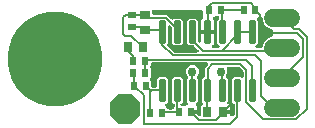
<source format=gbr>
G04 EAGLE Gerber RS-274X export*
G75*
%MOMM*%
%FSLAX34Y34*%
%LPD*%
%INTop Copper*%
%IPPOS*%
%AMOC8*
5,1,8,0,0,1.08239X$1,22.5*%
G01*
%ADD10C,0.300000*%
%ADD11R,0.600000X0.700000*%
%ADD12R,0.700000X0.600000*%
%ADD13R,0.700000X0.900000*%
%ADD14R,0.900000X0.700000*%
%ADD15C,1.524000*%
%ADD16P,2.763017X8X112.500000*%
%ADD17C,8.000000*%
%ADD18C,0.152400*%
%ADD19C,0.756400*%

G36*
X260258Y207681D02*
X260258Y207681D01*
X260375Y207696D01*
X260493Y207703D01*
X260532Y207716D01*
X260574Y207721D01*
X260684Y207765D01*
X260795Y207801D01*
X260831Y207824D01*
X260869Y207839D01*
X260965Y207908D01*
X261064Y207972D01*
X261093Y208002D01*
X261126Y208026D01*
X261201Y208117D01*
X261282Y208203D01*
X261302Y208240D01*
X261329Y208272D01*
X261379Y208378D01*
X261436Y208482D01*
X261446Y208522D01*
X261464Y208560D01*
X261486Y208676D01*
X261515Y208790D01*
X261519Y208852D01*
X261523Y208872D01*
X261522Y208892D01*
X261525Y208950D01*
X261525Y215952D01*
X262699Y217125D01*
X262752Y217161D01*
X262766Y217177D01*
X262782Y217188D01*
X262871Y217296D01*
X262963Y217400D01*
X262972Y217418D01*
X262985Y217433D01*
X263044Y217559D01*
X263107Y217683D01*
X263112Y217703D01*
X263120Y217721D01*
X263146Y217858D01*
X263177Y217993D01*
X263176Y218014D01*
X263180Y218033D01*
X263172Y218172D01*
X263167Y218311D01*
X263162Y218331D01*
X263160Y218351D01*
X263118Y218483D01*
X263079Y218617D01*
X263069Y218634D01*
X263062Y218653D01*
X262988Y218771D01*
X262917Y218891D01*
X262899Y218912D01*
X262892Y218922D01*
X262877Y218936D01*
X262811Y219011D01*
X262175Y219647D01*
X262175Y238853D01*
X264281Y240959D01*
X264295Y240968D01*
X264313Y240990D01*
X264319Y240996D01*
X264335Y241017D01*
X264371Y241060D01*
X264452Y241147D01*
X264472Y241182D01*
X264497Y241213D01*
X264513Y241247D01*
X264514Y241248D01*
X264516Y241254D01*
X264548Y241321D01*
X264606Y241425D01*
X264616Y241465D01*
X264633Y241501D01*
X264655Y241618D01*
X264685Y241733D01*
X264689Y241793D01*
X264693Y241813D01*
X264691Y241834D01*
X264695Y241894D01*
X264695Y248571D01*
X266941Y250817D01*
X267026Y250926D01*
X267115Y251033D01*
X267124Y251052D01*
X267136Y251068D01*
X267191Y251196D01*
X267251Y251321D01*
X267254Y251341D01*
X267262Y251360D01*
X267284Y251498D01*
X267310Y251634D01*
X267309Y251654D01*
X267312Y251674D01*
X267299Y251813D01*
X267291Y251951D01*
X267284Y251970D01*
X267282Y251990D01*
X267235Y252122D01*
X267193Y252253D01*
X267182Y252271D01*
X267175Y252290D01*
X267097Y252405D01*
X267022Y252522D01*
X267008Y252536D01*
X266996Y252553D01*
X266892Y252645D01*
X266791Y252740D01*
X266773Y252750D01*
X266758Y252763D01*
X266634Y252827D01*
X266512Y252894D01*
X266493Y252899D01*
X266475Y252908D01*
X266339Y252938D01*
X266204Y252973D01*
X266176Y252975D01*
X266164Y252978D01*
X266144Y252977D01*
X266044Y252983D01*
X219836Y252983D01*
X219718Y252968D01*
X219599Y252961D01*
X219561Y252948D01*
X219520Y252943D01*
X219410Y252900D01*
X219297Y252863D01*
X219262Y252841D01*
X219225Y252826D01*
X219129Y252757D01*
X219028Y252693D01*
X219000Y252663D01*
X218967Y252640D01*
X218891Y252548D01*
X218810Y252461D01*
X218790Y252426D01*
X218765Y252395D01*
X218714Y252287D01*
X218656Y252183D01*
X218646Y252143D01*
X218629Y252107D01*
X218607Y251990D01*
X218577Y251875D01*
X218573Y251815D01*
X218569Y251795D01*
X218571Y251774D01*
X218567Y251714D01*
X218567Y250376D01*
X218389Y250199D01*
X218316Y250104D01*
X218237Y250015D01*
X218219Y249979D01*
X218194Y249947D01*
X218147Y249838D01*
X218092Y249732D01*
X218084Y249693D01*
X218068Y249655D01*
X218049Y249538D01*
X218023Y249422D01*
X218024Y249381D01*
X218018Y249341D01*
X218029Y249223D01*
X218032Y249104D01*
X218044Y249065D01*
X218047Y249025D01*
X218088Y248913D01*
X218121Y248798D01*
X218141Y248763D01*
X218155Y248725D01*
X218222Y248627D01*
X218282Y248524D01*
X218322Y248479D01*
X218334Y248462D01*
X218349Y248449D01*
X218389Y248404D01*
X218567Y248226D01*
X218567Y239962D01*
X218389Y239784D01*
X218316Y239690D01*
X218237Y239601D01*
X218219Y239565D01*
X218194Y239533D01*
X218146Y239424D01*
X218092Y239318D01*
X218084Y239279D01*
X218068Y239241D01*
X218049Y239124D01*
X218023Y239008D01*
X218024Y238967D01*
X218018Y238927D01*
X218029Y238809D01*
X218032Y238690D01*
X218044Y238651D01*
X218047Y238611D01*
X218088Y238499D01*
X218121Y238384D01*
X218141Y238349D01*
X218155Y238311D01*
X218222Y238213D01*
X218282Y238110D01*
X218322Y238065D01*
X218334Y238048D01*
X218349Y238035D01*
X218389Y237989D01*
X218821Y237558D01*
X218821Y232806D01*
X218836Y232688D01*
X218843Y232569D01*
X218856Y232531D01*
X218861Y232490D01*
X218904Y232380D01*
X218941Y232267D01*
X218963Y232232D01*
X218978Y232195D01*
X219047Y232099D01*
X219111Y231998D01*
X219141Y231970D01*
X219164Y231937D01*
X219256Y231861D01*
X219343Y231780D01*
X219378Y231760D01*
X219409Y231735D01*
X219517Y231684D01*
X219621Y231626D01*
X219661Y231616D01*
X219697Y231599D01*
X219814Y231577D01*
X219929Y231547D01*
X219989Y231543D01*
X220009Y231539D01*
X220030Y231541D01*
X220090Y231537D01*
X222806Y231537D01*
X222924Y231552D01*
X223043Y231559D01*
X223081Y231572D01*
X223122Y231577D01*
X223232Y231620D01*
X223345Y231657D01*
X223380Y231679D01*
X223417Y231694D01*
X223513Y231763D01*
X223614Y231827D01*
X223642Y231857D01*
X223675Y231880D01*
X223751Y231972D01*
X223832Y232059D01*
X223852Y232094D01*
X223877Y232125D01*
X223928Y232233D01*
X223986Y232337D01*
X223996Y232377D01*
X224013Y232413D01*
X224035Y232530D01*
X224065Y232645D01*
X224069Y232705D01*
X224073Y232725D01*
X224071Y232746D01*
X224075Y232806D01*
X224075Y238853D01*
X225847Y240625D01*
X231353Y240625D01*
X233125Y238853D01*
X233125Y219647D01*
X231235Y217757D01*
X231150Y217648D01*
X231061Y217541D01*
X231053Y217522D01*
X231040Y217506D01*
X230985Y217378D01*
X230926Y217253D01*
X230922Y217233D01*
X230914Y217214D01*
X230892Y217076D01*
X230866Y216940D01*
X230867Y216920D01*
X230864Y216900D01*
X230877Y216761D01*
X230886Y216623D01*
X230892Y216604D01*
X230894Y216584D01*
X230941Y216452D01*
X230984Y216321D01*
X230994Y216303D01*
X231001Y216284D01*
X231080Y216169D01*
X231154Y216052D01*
X231169Y216038D01*
X231180Y216021D01*
X231284Y215929D01*
X231385Y215834D01*
X231403Y215824D01*
X231418Y215811D01*
X231542Y215747D01*
X231664Y215680D01*
X231684Y215675D01*
X231702Y215666D01*
X231837Y215636D01*
X231858Y215630D01*
X232791Y214698D01*
X232791Y214376D01*
X232806Y214258D01*
X232813Y214139D01*
X232826Y214101D01*
X232831Y214060D01*
X232874Y213950D01*
X232911Y213837D01*
X232933Y213802D01*
X232948Y213765D01*
X233017Y213669D01*
X233081Y213568D01*
X233111Y213540D01*
X233134Y213507D01*
X233226Y213431D01*
X233313Y213350D01*
X233348Y213330D01*
X233379Y213305D01*
X233487Y213254D01*
X233591Y213196D01*
X233631Y213186D01*
X233667Y213169D01*
X233784Y213147D01*
X233899Y213117D01*
X233959Y213113D01*
X233979Y213109D01*
X234000Y213111D01*
X234060Y213107D01*
X236856Y213107D01*
X236974Y213122D01*
X237093Y213129D01*
X237131Y213142D01*
X237172Y213147D01*
X237282Y213190D01*
X237395Y213227D01*
X237430Y213249D01*
X237467Y213264D01*
X237563Y213333D01*
X237664Y213397D01*
X237692Y213427D01*
X237725Y213450D01*
X237801Y213542D01*
X237882Y213629D01*
X237902Y213664D01*
X237927Y213695D01*
X237978Y213803D01*
X238036Y213907D01*
X238046Y213947D01*
X238063Y213983D01*
X238085Y214100D01*
X238115Y214215D01*
X238119Y214275D01*
X238123Y214295D01*
X238121Y214316D01*
X238125Y214376D01*
X238125Y214952D01*
X238642Y215468D01*
X238702Y215546D01*
X238770Y215618D01*
X238799Y215671D01*
X238836Y215719D01*
X238876Y215810D01*
X238924Y215897D01*
X238939Y215955D01*
X238963Y216011D01*
X238978Y216109D01*
X239003Y216205D01*
X239009Y216305D01*
X239013Y216325D01*
X239011Y216337D01*
X239013Y216365D01*
X239013Y216883D01*
X239001Y216982D01*
X238998Y217081D01*
X238981Y217139D01*
X238973Y217199D01*
X238937Y217291D01*
X238909Y217386D01*
X238879Y217438D01*
X238856Y217495D01*
X238798Y217575D01*
X238748Y217660D01*
X238682Y217735D01*
X238670Y217752D01*
X238660Y217760D01*
X238642Y217781D01*
X236775Y219647D01*
X236775Y238853D01*
X238547Y240625D01*
X244053Y240625D01*
X245825Y238853D01*
X245825Y219647D01*
X244189Y218011D01*
X244103Y217901D01*
X244015Y217795D01*
X244007Y217776D01*
X243994Y217760D01*
X243939Y217632D01*
X243880Y217507D01*
X243876Y217487D01*
X243868Y217468D01*
X243846Y217330D01*
X243820Y217194D01*
X243821Y217174D01*
X243818Y217154D01*
X243831Y217014D01*
X243840Y216877D01*
X243846Y216858D01*
X243848Y216838D01*
X243895Y216706D01*
X243938Y216575D01*
X243948Y216557D01*
X243955Y216538D01*
X244033Y216423D01*
X244108Y216306D01*
X244123Y216292D01*
X244134Y216275D01*
X244238Y216183D01*
X244339Y216088D01*
X244357Y216078D01*
X244372Y216065D01*
X244496Y216001D01*
X244618Y215934D01*
X244638Y215929D01*
X244656Y215920D01*
X244791Y215890D01*
X244926Y215855D01*
X244954Y215853D01*
X244966Y215850D01*
X244986Y215851D01*
X245087Y215845D01*
X246405Y215845D01*
X246501Y215796D01*
X246540Y215787D01*
X246577Y215771D01*
X246695Y215752D01*
X246811Y215726D01*
X246851Y215727D01*
X246891Y215721D01*
X247010Y215732D01*
X247129Y215736D01*
X247168Y215747D01*
X247208Y215751D01*
X247320Y215791D01*
X247434Y215824D01*
X247469Y215845D01*
X247507Y215858D01*
X247606Y215925D01*
X247708Y215986D01*
X247753Y216026D01*
X247770Y216037D01*
X247784Y216052D01*
X247829Y216092D01*
X248090Y216353D01*
X248669Y216688D01*
X249405Y216885D01*
X249474Y216891D01*
X249493Y216898D01*
X249513Y216901D01*
X249642Y216952D01*
X249773Y216999D01*
X249790Y217010D01*
X249809Y217018D01*
X249921Y217099D01*
X250036Y217177D01*
X250050Y217193D01*
X250066Y217204D01*
X250155Y217312D01*
X250247Y217416D01*
X250256Y217434D01*
X250269Y217449D01*
X250328Y217575D01*
X250391Y217699D01*
X250396Y217719D01*
X250404Y217737D01*
X250430Y217873D01*
X250461Y218009D01*
X250460Y218030D01*
X250464Y218049D01*
X250455Y218188D01*
X250451Y218327D01*
X250446Y218347D01*
X250444Y218367D01*
X250402Y218499D01*
X250363Y218633D01*
X250353Y218650D01*
X250346Y218669D01*
X250272Y218787D01*
X250201Y218907D01*
X250183Y218928D01*
X250176Y218938D01*
X250161Y218952D01*
X250095Y219027D01*
X249475Y219647D01*
X249475Y238853D01*
X250216Y239594D01*
X250289Y239688D01*
X250368Y239777D01*
X250386Y239813D01*
X250411Y239845D01*
X250458Y239954D01*
X250513Y240060D01*
X250521Y240100D01*
X250538Y240137D01*
X250556Y240255D01*
X250582Y240371D01*
X250581Y240411D01*
X250587Y240451D01*
X250576Y240570D01*
X250573Y240689D01*
X250561Y240727D01*
X250558Y240768D01*
X250517Y240880D01*
X250484Y240994D01*
X250464Y241029D01*
X250450Y241067D01*
X250383Y241165D01*
X250323Y241268D01*
X250283Y241313D01*
X250271Y241330D01*
X250256Y241344D01*
X250216Y241389D01*
X249501Y242104D01*
X248693Y244054D01*
X248693Y246166D01*
X249501Y248116D01*
X250994Y249609D01*
X252944Y250417D01*
X255056Y250417D01*
X257006Y249609D01*
X258499Y248116D01*
X259307Y246166D01*
X259307Y244054D01*
X258499Y242104D01*
X257784Y241389D01*
X257711Y241295D01*
X257632Y241206D01*
X257614Y241170D01*
X257589Y241138D01*
X257541Y241028D01*
X257487Y240922D01*
X257479Y240883D01*
X257462Y240846D01*
X257444Y240728D01*
X257418Y240612D01*
X257419Y240572D01*
X257413Y240532D01*
X257424Y240413D01*
X257427Y240294D01*
X257439Y240255D01*
X257442Y240215D01*
X257483Y240103D01*
X257516Y239989D01*
X257536Y239954D01*
X257550Y239916D01*
X257617Y239817D01*
X257677Y239715D01*
X257717Y239669D01*
X257729Y239653D01*
X257744Y239639D01*
X257784Y239594D01*
X258525Y238853D01*
X258525Y219647D01*
X257118Y218240D01*
X257045Y218146D01*
X256966Y218057D01*
X256948Y218021D01*
X256923Y217989D01*
X256876Y217880D01*
X256822Y217774D01*
X256813Y217734D01*
X256797Y217697D01*
X256778Y217579D01*
X256752Y217463D01*
X256753Y217423D01*
X256747Y217383D01*
X256758Y217264D01*
X256762Y217146D01*
X256773Y217107D01*
X256777Y217066D01*
X256817Y216954D01*
X256850Y216840D01*
X256870Y216805D01*
X256884Y216767D01*
X256951Y216669D01*
X257011Y216566D01*
X257051Y216521D01*
X257063Y216504D01*
X257078Y216491D01*
X257118Y216445D01*
X257683Y215880D01*
X258018Y215301D01*
X258191Y214654D01*
X258191Y212319D01*
X252880Y212319D01*
X252762Y212304D01*
X252643Y212297D01*
X252605Y212284D01*
X252565Y212279D01*
X252454Y212236D01*
X252341Y212199D01*
X252307Y212177D01*
X252269Y212162D01*
X252173Y212093D01*
X252072Y212029D01*
X252044Y211999D01*
X252012Y211976D01*
X251936Y211884D01*
X251854Y211797D01*
X251835Y211762D01*
X251809Y211731D01*
X251758Y211623D01*
X251701Y211519D01*
X251691Y211479D01*
X251673Y211443D01*
X251651Y211326D01*
X251621Y211211D01*
X251617Y211151D01*
X251614Y211131D01*
X251615Y211110D01*
X251611Y211050D01*
X251611Y210590D01*
X251626Y210472D01*
X251633Y210353D01*
X251646Y210315D01*
X251651Y210274D01*
X251695Y210164D01*
X251731Y210051D01*
X251753Y210016D01*
X251768Y209979D01*
X251838Y209882D01*
X251901Y209782D01*
X251931Y209754D01*
X251955Y209721D01*
X252046Y209645D01*
X252133Y209564D01*
X252168Y209544D01*
X252200Y209519D01*
X252307Y209468D01*
X252412Y209410D01*
X252451Y209400D01*
X252487Y209383D01*
X252604Y209361D01*
X252720Y209331D01*
X252780Y209327D01*
X252800Y209323D01*
X252820Y209325D01*
X252880Y209321D01*
X258191Y209321D01*
X258191Y208949D01*
X258206Y208830D01*
X258213Y208710D01*
X258226Y208672D01*
X258231Y208633D01*
X258275Y208522D01*
X258312Y208407D01*
X258333Y208374D01*
X258348Y208338D01*
X258418Y208240D01*
X258483Y208139D01*
X258511Y208112D01*
X258534Y208080D01*
X258627Y208004D01*
X258715Y207921D01*
X258749Y207903D01*
X258779Y207877D01*
X258888Y207826D01*
X258993Y207768D01*
X259032Y207759D01*
X259067Y207742D01*
X259185Y207719D01*
X259302Y207690D01*
X259360Y207686D01*
X259379Y207682D01*
X259400Y207683D01*
X259462Y207680D01*
X260258Y207681D01*
G37*
G36*
X258253Y261384D02*
X258253Y261384D01*
X258391Y261397D01*
X258411Y261404D01*
X258431Y261407D01*
X258560Y261458D01*
X258691Y261505D01*
X258708Y261516D01*
X258726Y261524D01*
X258839Y261605D01*
X258954Y261683D01*
X258967Y261699D01*
X258984Y261710D01*
X259072Y261818D01*
X259164Y261922D01*
X259174Y261940D01*
X259186Y261955D01*
X259246Y262081D01*
X259309Y262205D01*
X259313Y262225D01*
X259322Y262243D01*
X259348Y262379D01*
X259379Y262515D01*
X259378Y262536D01*
X259382Y262555D01*
X259373Y262694D01*
X259369Y262833D01*
X259363Y262853D01*
X259362Y262873D01*
X259319Y263005D01*
X259281Y263139D01*
X259270Y263156D01*
X259264Y263175D01*
X259189Y263293D01*
X259119Y263413D01*
X259100Y263434D01*
X259094Y263444D01*
X259079Y263458D01*
X259013Y263533D01*
X255543Y267004D01*
X255464Y267064D01*
X255392Y267132D01*
X255339Y267161D01*
X255291Y267198D01*
X255200Y267238D01*
X255114Y267286D01*
X255055Y267301D01*
X254999Y267325D01*
X254901Y267340D01*
X254806Y267365D01*
X254706Y267371D01*
X254685Y267375D01*
X254673Y267373D01*
X254645Y267375D01*
X251247Y267375D01*
X249475Y269147D01*
X249475Y288353D01*
X251247Y290125D01*
X256753Y290125D01*
X258525Y288353D01*
X258525Y271015D01*
X258537Y270917D01*
X258540Y270818D01*
X258557Y270760D01*
X258565Y270699D01*
X258601Y270608D01*
X258628Y270512D01*
X258659Y270460D01*
X258682Y270404D01*
X258740Y270324D01*
X258790Y270238D01*
X258856Y270163D01*
X258868Y270146D01*
X258878Y270139D01*
X258896Y270118D01*
X258992Y270022D01*
X259102Y269936D01*
X259209Y269848D01*
X259228Y269839D01*
X259244Y269827D01*
X259371Y269771D01*
X259497Y269712D01*
X259517Y269708D01*
X259535Y269700D01*
X259673Y269678D01*
X259810Y269652D01*
X259830Y269653D01*
X259850Y269650D01*
X259988Y269663D01*
X260127Y269672D01*
X260146Y269678D01*
X260166Y269680D01*
X260297Y269727D01*
X260429Y269770D01*
X260446Y269781D01*
X260465Y269788D01*
X260581Y269866D01*
X260698Y269940D01*
X260712Y269955D01*
X260729Y269966D01*
X260821Y270070D01*
X260916Y270172D01*
X260926Y270189D01*
X260939Y270205D01*
X261002Y270329D01*
X261070Y270450D01*
X261075Y270470D01*
X261084Y270488D01*
X261114Y270624D01*
X261149Y270758D01*
X261151Y270786D01*
X261153Y270798D01*
X261153Y270818D01*
X261159Y270919D01*
X261159Y277251D01*
X266470Y277251D01*
X266588Y277266D01*
X266707Y277273D01*
X266714Y277275D01*
X266770Y277261D01*
X266830Y277257D01*
X266850Y277253D01*
X266870Y277255D01*
X266930Y277251D01*
X272241Y277251D01*
X272241Y269868D01*
X271965Y268840D01*
X271433Y267919D01*
X270858Y267343D01*
X270773Y267234D01*
X270684Y267127D01*
X270675Y267108D01*
X270663Y267092D01*
X270608Y266964D01*
X270549Y266839D01*
X270545Y266819D01*
X270537Y266800D01*
X270515Y266662D01*
X270489Y266526D01*
X270490Y266506D01*
X270487Y266486D01*
X270500Y266347D01*
X270508Y266209D01*
X270515Y266190D01*
X270517Y266170D01*
X270564Y266039D01*
X270607Y265907D01*
X270617Y265889D01*
X270624Y265870D01*
X270702Y265756D01*
X270777Y265638D01*
X270791Y265624D01*
X270803Y265607D01*
X270907Y265515D01*
X271008Y265420D01*
X271026Y265410D01*
X271041Y265397D01*
X271165Y265334D01*
X271287Y265266D01*
X271306Y265261D01*
X271324Y265252D01*
X271460Y265222D01*
X271595Y265187D01*
X271623Y265185D01*
X271635Y265182D01*
X271655Y265183D01*
X271755Y265177D01*
X275781Y265177D01*
X275919Y265194D01*
X276058Y265207D01*
X276077Y265214D01*
X276097Y265217D01*
X276226Y265268D01*
X276357Y265315D01*
X276374Y265326D01*
X276393Y265334D01*
X276505Y265415D01*
X276620Y265493D01*
X276634Y265509D01*
X276650Y265520D01*
X276739Y265628D01*
X276831Y265732D01*
X276840Y265750D01*
X276853Y265765D01*
X276912Y265891D01*
X276975Y266015D01*
X276980Y266035D01*
X276988Y266053D01*
X277014Y266189D01*
X277045Y266325D01*
X277044Y266346D01*
X277048Y266365D01*
X277039Y266504D01*
X277035Y266643D01*
X277030Y266663D01*
X277028Y266683D01*
X276986Y266815D01*
X276947Y266949D01*
X276937Y266966D01*
X276930Y266985D01*
X276856Y267103D01*
X276785Y267223D01*
X276767Y267244D01*
X276760Y267254D01*
X276745Y267268D01*
X276679Y267343D01*
X274875Y269147D01*
X274875Y288353D01*
X276511Y289989D01*
X276596Y290098D01*
X276685Y290205D01*
X276693Y290224D01*
X276706Y290240D01*
X276761Y290368D01*
X276820Y290493D01*
X276824Y290513D01*
X276832Y290532D01*
X276854Y290670D01*
X276880Y290806D01*
X276879Y290826D01*
X276882Y290846D01*
X276869Y290985D01*
X276860Y291123D01*
X276854Y291142D01*
X276852Y291162D01*
X276805Y291293D01*
X276762Y291425D01*
X276752Y291443D01*
X276745Y291462D01*
X276667Y291577D01*
X276592Y291694D01*
X276577Y291708D01*
X276566Y291725D01*
X276462Y291817D01*
X276361Y291912D01*
X276343Y291922D01*
X276328Y291935D01*
X276204Y291999D01*
X276082Y292066D01*
X276062Y292071D01*
X276044Y292080D01*
X275909Y292110D01*
X275774Y292145D01*
X275746Y292147D01*
X275734Y292150D01*
X275714Y292149D01*
X275613Y292155D01*
X274295Y292155D01*
X274199Y292204D01*
X274160Y292213D01*
X274123Y292229D01*
X274005Y292248D01*
X273889Y292274D01*
X273849Y292273D01*
X273809Y292279D01*
X273690Y292268D01*
X273571Y292264D01*
X273532Y292253D01*
X273492Y292249D01*
X273380Y292209D01*
X273266Y292176D01*
X273231Y292155D01*
X273193Y292142D01*
X273094Y292075D01*
X272992Y292014D01*
X272947Y291974D01*
X272930Y291963D01*
X272916Y291948D01*
X272871Y291908D01*
X272610Y291647D01*
X271932Y291256D01*
X271837Y291184D01*
X271738Y291118D01*
X271711Y291088D01*
X271679Y291063D01*
X271605Y290970D01*
X271525Y290882D01*
X271506Y290846D01*
X271481Y290814D01*
X271433Y290705D01*
X271378Y290600D01*
X271368Y290561D01*
X271352Y290524D01*
X271332Y290406D01*
X271305Y290290D01*
X271305Y290250D01*
X271299Y290210D01*
X271309Y290091D01*
X271311Y289972D01*
X271322Y289933D01*
X271325Y289893D01*
X271364Y289781D01*
X271396Y289666D01*
X271423Y289612D01*
X271430Y289593D01*
X271441Y289576D01*
X271468Y289522D01*
X271965Y288660D01*
X272241Y287632D01*
X272241Y280249D01*
X266930Y280249D01*
X266812Y280234D01*
X266693Y280227D01*
X266686Y280225D01*
X266630Y280239D01*
X266570Y280243D01*
X266550Y280247D01*
X266530Y280245D01*
X266470Y280249D01*
X261159Y280249D01*
X261159Y287632D01*
X261435Y288660D01*
X261967Y289581D01*
X262772Y290386D01*
X262811Y290412D01*
X262838Y290442D01*
X262870Y290466D01*
X262944Y290560D01*
X263024Y290648D01*
X263043Y290684D01*
X263068Y290716D01*
X263116Y290825D01*
X263171Y290930D01*
X263181Y290969D01*
X263197Y291006D01*
X263217Y291123D01*
X263244Y291240D01*
X263244Y291280D01*
X263250Y291320D01*
X263240Y291438D01*
X263238Y291558D01*
X263227Y291596D01*
X263224Y291637D01*
X263185Y291749D01*
X263153Y291864D01*
X263126Y291918D01*
X263120Y291937D01*
X263108Y291954D01*
X263081Y292008D01*
X262682Y292699D01*
X262509Y293346D01*
X262509Y296333D01*
X262494Y296452D01*
X262487Y296573D01*
X262474Y296610D01*
X262469Y296649D01*
X262425Y296761D01*
X262388Y296875D01*
X262367Y296908D01*
X262352Y296945D01*
X262282Y297042D01*
X262217Y297143D01*
X262189Y297170D01*
X262166Y297202D01*
X262073Y297279D01*
X261985Y297361D01*
X261951Y297380D01*
X261921Y297405D01*
X261812Y297456D01*
X261707Y297514D01*
X261668Y297524D01*
X261633Y297540D01*
X261515Y297563D01*
X261398Y297593D01*
X261340Y297596D01*
X261321Y297600D01*
X261300Y297599D01*
X261238Y297603D01*
X221160Y297531D01*
X221043Y297516D01*
X220925Y297509D01*
X220886Y297496D01*
X220844Y297491D01*
X220735Y297447D01*
X220623Y297411D01*
X220587Y297389D01*
X220549Y297373D01*
X220454Y297304D01*
X220354Y297241D01*
X220325Y297210D01*
X220292Y297186D01*
X220217Y297095D01*
X220136Y297009D01*
X220116Y296973D01*
X220089Y296940D01*
X220039Y296834D01*
X219982Y296730D01*
X219972Y296690D01*
X219954Y296653D01*
X219932Y296537D01*
X219903Y296423D01*
X219899Y296361D01*
X219895Y296340D01*
X219896Y296320D01*
X219893Y296262D01*
X219893Y294442D01*
X219908Y294324D01*
X219915Y294205D01*
X219928Y294167D01*
X219933Y294126D01*
X219976Y294016D01*
X220013Y293903D01*
X220035Y293868D01*
X220050Y293831D01*
X220119Y293735D01*
X220183Y293634D01*
X220213Y293606D01*
X220236Y293573D01*
X220328Y293497D01*
X220415Y293416D01*
X220450Y293396D01*
X220481Y293371D01*
X220589Y293320D01*
X220693Y293262D01*
X220733Y293252D01*
X220769Y293235D01*
X220886Y293213D01*
X221001Y293183D01*
X221061Y293179D01*
X221081Y293175D01*
X221102Y293177D01*
X221162Y293173D01*
X232615Y293173D01*
X236208Y289580D01*
X236302Y289507D01*
X236391Y289429D01*
X236427Y289410D01*
X236459Y289385D01*
X236569Y289338D01*
X236674Y289284D01*
X236714Y289275D01*
X236751Y289259D01*
X236869Y289240D01*
X236985Y289214D01*
X237025Y289216D01*
X237065Y289209D01*
X237184Y289220D01*
X237303Y289224D01*
X237341Y289235D01*
X237382Y289239D01*
X237494Y289279D01*
X237608Y289312D01*
X237643Y289333D01*
X237681Y289347D01*
X237779Y289413D01*
X237882Y289474D01*
X237927Y289514D01*
X237944Y289525D01*
X237958Y289541D01*
X238003Y289580D01*
X238547Y290125D01*
X244053Y290125D01*
X245825Y288353D01*
X245825Y269147D01*
X244053Y267375D01*
X238547Y267375D01*
X236775Y269147D01*
X236775Y282019D01*
X236763Y282117D01*
X236760Y282216D01*
X236743Y282275D01*
X236735Y282335D01*
X236699Y282427D01*
X236671Y282522D01*
X236641Y282574D01*
X236618Y282630D01*
X236560Y282710D01*
X236510Y282796D01*
X236444Y282871D01*
X236432Y282888D01*
X236422Y282896D01*
X236404Y282917D01*
X235291Y284029D01*
X235182Y284114D01*
X235075Y284203D01*
X235056Y284211D01*
X235040Y284224D01*
X234913Y284279D01*
X234787Y284338D01*
X234767Y284342D01*
X234748Y284350D01*
X234610Y284372D01*
X234474Y284398D01*
X234454Y284397D01*
X234434Y284400D01*
X234295Y284387D01*
X234157Y284378D01*
X234138Y284372D01*
X234118Y284370D01*
X233986Y284323D01*
X233855Y284280D01*
X233837Y284269D01*
X233818Y284263D01*
X233703Y284184D01*
X233586Y284110D01*
X233572Y284095D01*
X233555Y284084D01*
X233463Y283980D01*
X233368Y283878D01*
X233358Y283861D01*
X233345Y283846D01*
X233282Y283722D01*
X233214Y283600D01*
X233209Y283580D01*
X233200Y283562D01*
X233170Y283426D01*
X233135Y283292D01*
X233133Y283264D01*
X233130Y283252D01*
X233131Y283231D01*
X233125Y283131D01*
X233125Y269147D01*
X232788Y268811D01*
X232715Y268717D01*
X232637Y268627D01*
X232618Y268591D01*
X232593Y268559D01*
X232546Y268450D01*
X232492Y268344D01*
X232483Y268305D01*
X232467Y268268D01*
X232448Y268150D01*
X232422Y268034D01*
X232423Y267993D01*
X232417Y267953D01*
X232428Y267835D01*
X232432Y267716D01*
X232443Y267677D01*
X232447Y267637D01*
X232487Y267525D01*
X232520Y267410D01*
X232541Y267376D01*
X232555Y267338D01*
X232621Y267239D01*
X232682Y267137D01*
X232722Y267091D01*
X232733Y267074D01*
X232748Y267061D01*
X232788Y267016D01*
X238065Y261738D01*
X238144Y261678D01*
X238216Y261610D01*
X238269Y261581D01*
X238317Y261544D01*
X238408Y261504D01*
X238494Y261456D01*
X238553Y261441D01*
X238609Y261417D01*
X238707Y261402D01*
X238802Y261377D01*
X238902Y261371D01*
X238923Y261367D01*
X238935Y261369D01*
X238963Y261367D01*
X258115Y261367D01*
X258253Y261384D01*
G37*
G36*
X280032Y207717D02*
X280032Y207717D01*
X280149Y207732D01*
X280267Y207739D01*
X280306Y207752D01*
X280348Y207757D01*
X280457Y207801D01*
X280569Y207837D01*
X280605Y207859D01*
X280643Y207875D01*
X280738Y207944D01*
X280838Y208007D01*
X280867Y208037D01*
X280900Y208062D01*
X280975Y208153D01*
X281056Y208239D01*
X281076Y208275D01*
X281103Y208307D01*
X281153Y208414D01*
X281210Y208517D01*
X281220Y208558D01*
X281238Y208595D01*
X281260Y208711D01*
X281289Y208825D01*
X281293Y208887D01*
X281297Y208908D01*
X281296Y208928D01*
X281299Y208986D01*
X281299Y209071D01*
X285591Y209071D01*
X285591Y208998D01*
X285606Y208879D01*
X285613Y208759D01*
X285626Y208722D01*
X285631Y208683D01*
X285675Y208571D01*
X285712Y208457D01*
X285733Y208424D01*
X285748Y208387D01*
X285818Y208290D01*
X285883Y208188D01*
X285911Y208162D01*
X285934Y208130D01*
X286027Y208053D01*
X286115Y207971D01*
X286149Y207952D01*
X286179Y207927D01*
X286288Y207876D01*
X286393Y207818D01*
X286432Y207808D01*
X286467Y207791D01*
X286585Y207769D01*
X286702Y207739D01*
X286760Y207735D01*
X286779Y207732D01*
X286800Y207733D01*
X286862Y207729D01*
X288546Y207732D01*
X288663Y207747D01*
X288781Y207754D01*
X288820Y207767D01*
X288862Y207772D01*
X288971Y207816D01*
X289083Y207852D01*
X289119Y207875D01*
X289157Y207890D01*
X289252Y207959D01*
X289352Y208023D01*
X289381Y208053D01*
X289414Y208077D01*
X289489Y208168D01*
X289570Y208254D01*
X289590Y208291D01*
X289617Y208323D01*
X289667Y208429D01*
X289724Y208533D01*
X289734Y208573D01*
X289752Y208611D01*
X289774Y208727D01*
X289803Y208841D01*
X289807Y208903D01*
X289811Y208923D01*
X289810Y208943D01*
X289813Y209001D01*
X289813Y216883D01*
X289801Y216982D01*
X289798Y217081D01*
X289781Y217139D01*
X289773Y217199D01*
X289737Y217291D01*
X289709Y217386D01*
X289679Y217438D01*
X289656Y217495D01*
X289598Y217575D01*
X289548Y217660D01*
X289482Y217735D01*
X289470Y217752D01*
X289460Y217760D01*
X289442Y217781D01*
X287575Y219647D01*
X287575Y238853D01*
X289347Y240625D01*
X294853Y240625D01*
X295060Y240417D01*
X295170Y240332D01*
X295277Y240243D01*
X295296Y240235D01*
X295312Y240222D01*
X295440Y240167D01*
X295565Y240108D01*
X295585Y240104D01*
X295604Y240096D01*
X295742Y240074D01*
X295878Y240048D01*
X295898Y240049D01*
X295918Y240046D01*
X296057Y240059D01*
X296195Y240068D01*
X296214Y240074D01*
X296234Y240076D01*
X296365Y240123D01*
X296497Y240166D01*
X296515Y240177D01*
X296534Y240183D01*
X296648Y240261D01*
X296766Y240336D01*
X296780Y240351D01*
X296797Y240362D01*
X296889Y240466D01*
X296984Y240567D01*
X296994Y240585D01*
X297007Y240600D01*
X297070Y240724D01*
X297138Y240846D01*
X297143Y240865D01*
X297152Y240884D01*
X297182Y241020D01*
X297217Y241154D01*
X297219Y241182D01*
X297222Y241194D01*
X297221Y241214D01*
X297227Y241315D01*
X297227Y245087D01*
X297215Y245185D01*
X297212Y245284D01*
X297195Y245342D01*
X297187Y245402D01*
X297151Y245494D01*
X297123Y245589D01*
X297093Y245641D01*
X297070Y245698D01*
X297012Y245778D01*
X296962Y245863D01*
X296896Y245939D01*
X296884Y245955D01*
X296874Y245963D01*
X296856Y245984D01*
X294038Y248802D01*
X293960Y248862D01*
X293888Y248930D01*
X293835Y248959D01*
X293787Y248996D01*
X293696Y249036D01*
X293609Y249084D01*
X293551Y249099D01*
X293495Y249123D01*
X293397Y249138D01*
X293301Y249163D01*
X293201Y249169D01*
X293181Y249173D01*
X293169Y249171D01*
X293141Y249173D01*
X284090Y249173D01*
X284041Y249167D01*
X283992Y249169D01*
X283884Y249147D01*
X283775Y249133D01*
X283729Y249115D01*
X283680Y249105D01*
X283581Y249057D01*
X283479Y249016D01*
X283439Y248987D01*
X283394Y248965D01*
X283311Y248894D01*
X283222Y248830D01*
X283190Y248791D01*
X283152Y248759D01*
X283089Y248669D01*
X283019Y248585D01*
X282998Y248540D01*
X282969Y248499D01*
X282930Y248396D01*
X282884Y248297D01*
X282874Y248248D01*
X282857Y248202D01*
X282844Y248092D01*
X282824Y247985D01*
X282827Y247935D01*
X282821Y247886D01*
X282837Y247777D01*
X282844Y247667D01*
X282859Y247620D01*
X282866Y247571D01*
X282918Y247418D01*
X283437Y246166D01*
X283437Y244054D01*
X282629Y242104D01*
X282549Y242024D01*
X282476Y241930D01*
X282397Y241841D01*
X282379Y241805D01*
X282354Y241773D01*
X282306Y241663D01*
X282252Y241557D01*
X282244Y241518D01*
X282227Y241481D01*
X282209Y241363D01*
X282183Y241247D01*
X282184Y241207D01*
X282178Y241167D01*
X282189Y241048D01*
X282192Y240929D01*
X282204Y240890D01*
X282207Y240850D01*
X282248Y240738D01*
X282281Y240624D01*
X282301Y240589D01*
X282315Y240551D01*
X282382Y240452D01*
X282442Y240350D01*
X282482Y240305D01*
X282494Y240288D01*
X282509Y240274D01*
X282549Y240229D01*
X283925Y238853D01*
X283925Y219647D01*
X283891Y219613D01*
X283814Y219514D01*
X283732Y219419D01*
X283717Y219389D01*
X283696Y219362D01*
X283646Y219247D01*
X283590Y219134D01*
X283583Y219101D01*
X283570Y219070D01*
X283550Y218946D01*
X283524Y218823D01*
X283525Y218789D01*
X283520Y218756D01*
X283532Y218631D01*
X283537Y218505D01*
X283546Y218473D01*
X283550Y218439D01*
X283592Y218321D01*
X283628Y218201D01*
X283646Y218172D01*
X283657Y218140D01*
X283728Y218036D01*
X283793Y217928D01*
X283817Y217905D01*
X283836Y217877D01*
X283930Y217794D01*
X284020Y217706D01*
X284060Y217679D01*
X284074Y217667D01*
X284093Y217657D01*
X284154Y217617D01*
X284610Y217353D01*
X285083Y216880D01*
X285418Y216301D01*
X285591Y215654D01*
X285591Y212569D01*
X280030Y212569D01*
X279912Y212554D01*
X279793Y212547D01*
X279755Y212534D01*
X279715Y212529D01*
X279604Y212486D01*
X279491Y212449D01*
X279457Y212427D01*
X279419Y212412D01*
X279323Y212343D01*
X279222Y212279D01*
X279194Y212249D01*
X279162Y212226D01*
X279086Y212134D01*
X279004Y212047D01*
X278985Y212012D01*
X278959Y211981D01*
X278908Y211873D01*
X278851Y211769D01*
X278841Y211729D01*
X278823Y211693D01*
X278801Y211576D01*
X278795Y211574D01*
X278754Y211569D01*
X278644Y211525D01*
X278531Y211489D01*
X278496Y211467D01*
X278459Y211452D01*
X278362Y211382D01*
X278262Y211319D01*
X278234Y211289D01*
X278201Y211265D01*
X278125Y211174D01*
X278044Y211087D01*
X278024Y211052D01*
X277999Y211020D01*
X277948Y210913D01*
X277890Y210808D01*
X277880Y210769D01*
X277863Y210733D01*
X277841Y210616D01*
X277811Y210500D01*
X277807Y210440D01*
X277803Y210420D01*
X277805Y210400D01*
X277801Y210340D01*
X277801Y208984D01*
X277816Y208865D01*
X277823Y208745D01*
X277836Y208708D01*
X277841Y208669D01*
X277885Y208557D01*
X277922Y208443D01*
X277943Y208410D01*
X277958Y208373D01*
X278028Y208276D01*
X278093Y208174D01*
X278121Y208147D01*
X278144Y208116D01*
X278237Y208039D01*
X278325Y207957D01*
X278359Y207938D01*
X278389Y207913D01*
X278498Y207862D01*
X278603Y207804D01*
X278642Y207794D01*
X278677Y207777D01*
X278795Y207755D01*
X278912Y207725D01*
X278970Y207721D01*
X278989Y207718D01*
X279010Y207719D01*
X279072Y207715D01*
X280032Y207717D01*
G37*
G36*
X312284Y265192D02*
X312284Y265192D01*
X312403Y265199D01*
X312441Y265212D01*
X312482Y265217D01*
X312592Y265260D01*
X312705Y265297D01*
X312740Y265319D01*
X312777Y265334D01*
X312873Y265403D01*
X312974Y265467D01*
X313002Y265497D01*
X313035Y265520D01*
X313111Y265612D01*
X313192Y265699D01*
X313212Y265734D01*
X313237Y265765D01*
X313288Y265873D01*
X313346Y265977D01*
X313356Y266017D01*
X313373Y266053D01*
X313395Y266170D01*
X313425Y266285D01*
X313429Y266345D01*
X313433Y266365D01*
X313431Y266386D01*
X313435Y266446D01*
X313435Y267249D01*
X314827Y270610D01*
X317400Y273183D01*
X320854Y274613D01*
X320864Y274615D01*
X320974Y274658D01*
X321087Y274695D01*
X321122Y274717D01*
X321159Y274732D01*
X321255Y274801D01*
X321356Y274865D01*
X321384Y274895D01*
X321417Y274918D01*
X321493Y275010D01*
X321574Y275097D01*
X321594Y275132D01*
X321619Y275163D01*
X321670Y275271D01*
X321728Y275375D01*
X321738Y275415D01*
X321755Y275451D01*
X321777Y275568D01*
X321807Y275683D01*
X321811Y275743D01*
X321815Y275763D01*
X321813Y275784D01*
X321817Y275844D01*
X321817Y280416D01*
X321802Y280534D01*
X321795Y280653D01*
X321782Y280691D01*
X321777Y280732D01*
X321734Y280842D01*
X321697Y280955D01*
X321675Y280990D01*
X321660Y281027D01*
X321591Y281123D01*
X321527Y281224D01*
X321497Y281252D01*
X321474Y281285D01*
X321382Y281361D01*
X321295Y281442D01*
X321260Y281462D01*
X321229Y281487D01*
X321121Y281538D01*
X321017Y281596D01*
X320977Y281606D01*
X320941Y281623D01*
X320886Y281633D01*
X317400Y283077D01*
X314827Y285650D01*
X313435Y289011D01*
X313435Y290381D01*
X313419Y290512D01*
X313408Y290644D01*
X313399Y290670D01*
X313395Y290697D01*
X313347Y290819D01*
X313303Y290945D01*
X313288Y290967D01*
X313278Y290992D01*
X313201Y291099D01*
X313127Y291210D01*
X313107Y291228D01*
X313092Y291250D01*
X312990Y291334D01*
X312891Y291423D01*
X312867Y291435D01*
X312847Y291452D01*
X312727Y291509D01*
X312610Y291570D01*
X312583Y291577D01*
X312559Y291588D01*
X312429Y291613D01*
X312300Y291643D01*
X312273Y291643D01*
X312247Y291648D01*
X312115Y291640D01*
X311982Y291637D01*
X311956Y291630D01*
X311929Y291628D01*
X311803Y291587D01*
X311676Y291552D01*
X311641Y291535D01*
X311627Y291530D01*
X311608Y291518D01*
X311531Y291480D01*
X311241Y291312D01*
X310594Y291139D01*
X309603Y291139D01*
X309465Y291122D01*
X309326Y291109D01*
X309307Y291102D01*
X309287Y291099D01*
X309158Y291048D01*
X309027Y291001D01*
X309010Y290990D01*
X308991Y290982D01*
X308879Y290901D01*
X308764Y290823D01*
X308750Y290807D01*
X308734Y290796D01*
X308645Y290688D01*
X308553Y290584D01*
X308544Y290566D01*
X308531Y290551D01*
X308472Y290425D01*
X308409Y290301D01*
X308404Y290281D01*
X308396Y290263D01*
X308370Y290126D01*
X308339Y289991D01*
X308340Y289970D01*
X308336Y289951D01*
X308345Y289812D01*
X308349Y289673D01*
X308354Y289653D01*
X308356Y289633D01*
X308398Y289501D01*
X308437Y289367D01*
X308447Y289350D01*
X308454Y289331D01*
X308528Y289213D01*
X308599Y289093D01*
X308617Y289072D01*
X308624Y289062D01*
X308639Y289048D01*
X308705Y288973D01*
X309325Y288353D01*
X309325Y269147D01*
X307521Y267343D01*
X307436Y267234D01*
X307347Y267127D01*
X307339Y267108D01*
X307326Y267092D01*
X307271Y266964D01*
X307212Y266839D01*
X307208Y266819D01*
X307200Y266800D01*
X307178Y266662D01*
X307152Y266526D01*
X307153Y266506D01*
X307150Y266486D01*
X307163Y266347D01*
X307172Y266209D01*
X307178Y266190D01*
X307180Y266170D01*
X307227Y266038D01*
X307270Y265907D01*
X307280Y265889D01*
X307287Y265870D01*
X307365Y265755D01*
X307440Y265638D01*
X307455Y265624D01*
X307466Y265607D01*
X307570Y265515D01*
X307671Y265420D01*
X307689Y265410D01*
X307704Y265397D01*
X307828Y265333D01*
X307950Y265266D01*
X307970Y265261D01*
X307988Y265252D01*
X308123Y265222D01*
X308258Y265187D01*
X308286Y265185D01*
X308298Y265182D01*
X308318Y265183D01*
X308419Y265177D01*
X312166Y265177D01*
X312284Y265192D01*
G37*
D10*
X230100Y237600D02*
X230100Y220900D01*
X227100Y220900D01*
X227100Y237600D01*
X230100Y237600D01*
X230100Y223750D02*
X227100Y223750D01*
X227100Y226600D02*
X230100Y226600D01*
X230100Y229450D02*
X227100Y229450D01*
X227100Y232300D02*
X230100Y232300D01*
X230100Y235150D02*
X227100Y235150D01*
X242800Y237600D02*
X242800Y220900D01*
X239800Y220900D01*
X239800Y237600D01*
X242800Y237600D01*
X242800Y223750D02*
X239800Y223750D01*
X239800Y226600D02*
X242800Y226600D01*
X242800Y229450D02*
X239800Y229450D01*
X239800Y232300D02*
X242800Y232300D01*
X242800Y235150D02*
X239800Y235150D01*
X255500Y237600D02*
X255500Y220900D01*
X252500Y220900D01*
X252500Y237600D01*
X255500Y237600D01*
X255500Y223750D02*
X252500Y223750D01*
X252500Y226600D02*
X255500Y226600D01*
X255500Y229450D02*
X252500Y229450D01*
X252500Y232300D02*
X255500Y232300D01*
X255500Y235150D02*
X252500Y235150D01*
X268200Y237600D02*
X268200Y220900D01*
X265200Y220900D01*
X265200Y237600D01*
X268200Y237600D01*
X268200Y223750D02*
X265200Y223750D01*
X265200Y226600D02*
X268200Y226600D01*
X268200Y229450D02*
X265200Y229450D01*
X265200Y232300D02*
X268200Y232300D01*
X268200Y235150D02*
X265200Y235150D01*
X280900Y237600D02*
X280900Y220900D01*
X277900Y220900D01*
X277900Y237600D01*
X280900Y237600D01*
X280900Y223750D02*
X277900Y223750D01*
X277900Y226600D02*
X280900Y226600D01*
X280900Y229450D02*
X277900Y229450D01*
X277900Y232300D02*
X280900Y232300D01*
X280900Y235150D02*
X277900Y235150D01*
X293600Y237600D02*
X293600Y220900D01*
X290600Y220900D01*
X290600Y237600D01*
X293600Y237600D01*
X293600Y223750D02*
X290600Y223750D01*
X290600Y226600D02*
X293600Y226600D01*
X293600Y229450D02*
X290600Y229450D01*
X290600Y232300D02*
X293600Y232300D01*
X293600Y235150D02*
X290600Y235150D01*
X306300Y237600D02*
X306300Y220900D01*
X303300Y220900D01*
X303300Y237600D01*
X306300Y237600D01*
X306300Y223750D02*
X303300Y223750D01*
X303300Y226600D02*
X306300Y226600D01*
X306300Y229450D02*
X303300Y229450D01*
X303300Y232300D02*
X306300Y232300D01*
X306300Y235150D02*
X303300Y235150D01*
X306300Y270400D02*
X306300Y287100D01*
X306300Y270400D02*
X303300Y270400D01*
X303300Y287100D01*
X306300Y287100D01*
X306300Y273250D02*
X303300Y273250D01*
X303300Y276100D02*
X306300Y276100D01*
X306300Y278950D02*
X303300Y278950D01*
X303300Y281800D02*
X306300Y281800D01*
X306300Y284650D02*
X303300Y284650D01*
X293600Y287100D02*
X293600Y270400D01*
X290600Y270400D01*
X290600Y287100D01*
X293600Y287100D01*
X293600Y273250D02*
X290600Y273250D01*
X290600Y276100D02*
X293600Y276100D01*
X293600Y278950D02*
X290600Y278950D01*
X290600Y281800D02*
X293600Y281800D01*
X293600Y284650D02*
X290600Y284650D01*
X280900Y287100D02*
X280900Y270400D01*
X277900Y270400D01*
X277900Y287100D01*
X280900Y287100D01*
X280900Y273250D02*
X277900Y273250D01*
X277900Y276100D02*
X280900Y276100D01*
X280900Y278950D02*
X277900Y278950D01*
X277900Y281800D02*
X280900Y281800D01*
X280900Y284650D02*
X277900Y284650D01*
X268200Y287100D02*
X268200Y270400D01*
X265200Y270400D01*
X265200Y287100D01*
X268200Y287100D01*
X268200Y273250D02*
X265200Y273250D01*
X265200Y276100D02*
X268200Y276100D01*
X268200Y278950D02*
X265200Y278950D01*
X265200Y281800D02*
X268200Y281800D01*
X268200Y284650D02*
X265200Y284650D01*
X255500Y287100D02*
X255500Y270400D01*
X252500Y270400D01*
X252500Y287100D01*
X255500Y287100D01*
X255500Y273250D02*
X252500Y273250D01*
X252500Y276100D02*
X255500Y276100D01*
X255500Y278950D02*
X252500Y278950D01*
X252500Y281800D02*
X255500Y281800D01*
X255500Y284650D02*
X252500Y284650D01*
X242800Y287100D02*
X242800Y270400D01*
X239800Y270400D01*
X239800Y287100D01*
X242800Y287100D01*
X242800Y273250D02*
X239800Y273250D01*
X239800Y276100D02*
X242800Y276100D01*
X242800Y278950D02*
X239800Y278950D01*
X239800Y281800D02*
X242800Y281800D01*
X242800Y284650D02*
X239800Y284650D01*
X230100Y287100D02*
X230100Y270400D01*
X227100Y270400D01*
X227100Y287100D01*
X230100Y287100D01*
X230100Y273250D02*
X227100Y273250D01*
X227100Y276100D02*
X230100Y276100D01*
X230100Y278950D02*
X227100Y278950D01*
X227100Y281800D02*
X230100Y281800D01*
X230100Y284650D02*
X227100Y284650D01*
D11*
X214296Y233426D03*
X204296Y233426D03*
X252650Y210820D03*
X242650Y210820D03*
X228266Y210566D03*
X218266Y210566D03*
X204042Y244094D03*
X214042Y244094D03*
X297260Y297180D03*
X307260Y297180D03*
X268050Y297180D03*
X278050Y297180D03*
X214042Y254508D03*
X204042Y254508D03*
D12*
X202438Y293036D03*
X202438Y283036D03*
D13*
X199240Y265684D03*
X212240Y265684D03*
D14*
X213868Y293520D03*
X213868Y280520D03*
D13*
X279550Y210820D03*
X266550Y210820D03*
D15*
X322580Y290830D02*
X337820Y290830D01*
X337820Y265430D02*
X322580Y265430D01*
X322580Y240030D02*
X337820Y240030D01*
X337820Y214630D02*
X322580Y214630D01*
D16*
X197104Y213868D03*
D17*
X137414Y255524D03*
D18*
X259563Y204034D02*
X273537Y204034D01*
X252777Y210820D02*
X252650Y210820D01*
X279550Y210820D02*
X279550Y210047D01*
X273537Y204034D01*
X259563Y204034D02*
X252777Y210820D01*
X317340Y278210D02*
X342820Y278210D01*
X317340Y278210D02*
X311070Y284480D01*
X311070Y293370D02*
X307260Y297180D01*
X311070Y293370D02*
X311070Y284480D01*
X347980Y257810D02*
X330200Y240030D01*
X347980Y273050D02*
X342820Y278210D01*
X347980Y273050D02*
X347980Y257810D01*
X268050Y297180D02*
X266780Y295910D01*
X266780Y278830D01*
X266700Y278750D01*
X307260Y297180D02*
X307260Y299156D01*
X303450Y302966D01*
X268050Y300723D02*
X268050Y297180D01*
X268050Y300723D02*
X270293Y302966D01*
X303450Y302966D01*
D19*
X288290Y244122D03*
D18*
X285900Y241732D02*
X285900Y217170D01*
X279550Y210820D01*
X285900Y241732D02*
X288290Y244122D01*
X204042Y254508D02*
X204042Y258064D01*
X199240Y262866D01*
X199240Y265684D01*
D19*
X254000Y245110D03*
D18*
X254000Y229250D01*
X254000Y271780D02*
X254000Y278750D01*
X254000Y271780D02*
X262890Y262890D01*
X278744Y262890D02*
X292100Y276246D01*
X292100Y278750D01*
X278744Y262890D02*
X262890Y262890D01*
X292100Y278750D02*
X304800Y278750D01*
X327660Y262890D02*
X278744Y262890D01*
X327660Y262890D02*
X330200Y265430D01*
D19*
X278130Y245110D03*
D18*
X279400Y243840D01*
X279400Y229250D01*
X292100Y229250D02*
X292100Y207010D01*
X286076Y200986D02*
X212678Y200986D01*
X212678Y225044D02*
X204296Y233426D01*
X212678Y225044D02*
X212678Y200986D01*
X286076Y200986D02*
X292100Y207010D01*
X204296Y243840D02*
X204042Y244094D01*
X204296Y243840D02*
X204296Y233426D01*
X278107Y297123D02*
X297260Y297180D01*
X278107Y297123D02*
X278050Y297180D01*
X279400Y295830D01*
X279400Y278750D01*
X213868Y280520D02*
X211352Y283036D01*
X202438Y283036D01*
X226830Y280520D02*
X228600Y278750D01*
X226830Y280520D02*
X213868Y280520D01*
X228600Y278750D02*
X228600Y267970D01*
X237490Y259080D02*
X307340Y259080D01*
X312420Y254000D01*
X312420Y224790D01*
X322580Y214630D01*
X330200Y214630D01*
X237490Y259080D02*
X228600Y267970D01*
X214042Y255270D02*
X214042Y244094D01*
X214042Y254508D01*
X214042Y255270D02*
X299720Y255270D01*
X304800Y250190D02*
X304800Y229250D01*
X304800Y250190D02*
X299720Y255270D01*
X228600Y229250D02*
X218980Y229250D01*
X218266Y228536D02*
X218266Y210566D01*
X218266Y228536D02*
X218639Y228909D01*
X218980Y229250D01*
X218639Y229083D02*
X214296Y233426D01*
X218639Y229083D02*
X218639Y228909D01*
X266550Y229100D02*
X266550Y210820D01*
X266550Y229100D02*
X266700Y229250D01*
X344083Y281258D02*
X351028Y274313D01*
X339772Y281258D02*
X330200Y290830D01*
X339772Y281258D02*
X344083Y281258D01*
X266982Y229532D02*
X266700Y229250D01*
X266982Y229532D02*
X266982Y247624D01*
X270819Y251460D01*
X299514Y246560D02*
X299514Y219332D01*
X299514Y246560D02*
X294614Y251460D01*
X270819Y251460D01*
X351028Y274313D02*
X351028Y213829D01*
X341923Y204724D01*
X314122Y204724D01*
X299514Y219332D01*
X242650Y210820D02*
X241300Y212170D01*
X241300Y229250D01*
X228266Y210820D02*
X228266Y210566D01*
X228266Y210820D02*
X242650Y210820D01*
X213384Y293036D02*
X213868Y293520D01*
X213384Y293036D02*
X202438Y293036D01*
X216502Y290886D02*
X231668Y290886D01*
X216502Y290886D02*
X213868Y293520D01*
X241300Y281254D02*
X241300Y278750D01*
X241300Y281254D02*
X231668Y290886D01*
X212240Y265684D02*
X202334Y275590D01*
X197000Y275590D01*
X195580Y277010D01*
X197358Y293036D02*
X202438Y293036D01*
X197358Y293036D02*
X195580Y291258D01*
X195580Y277010D01*
M02*

</source>
